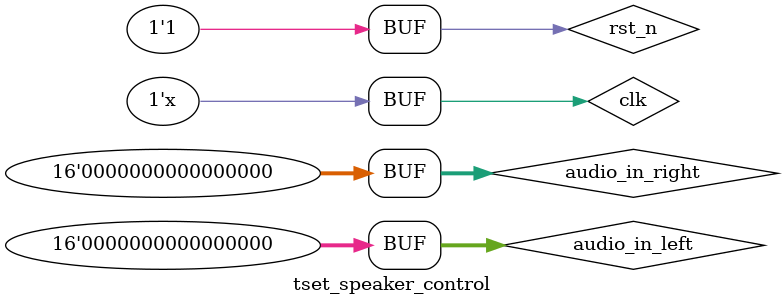
<source format=v>
`timescale 1ns / 1ps
module tset_speaker_control;

wire sck;
wire lrck;
wire audio_sdin;
reg [15:0] audio_in_left;
reg [15:0] audio_in_right;
reg clk;
reg rst_n;

speaker_control U_sc_test(
  .clk(clk),  // clock from the crystal
  .rst_n(rst_n),  // active low reset
  .audio_in_left(audio_in_left), // left channel audio data input
  .audio_in_right(audio_in_right), // right channel audio data input
  .audio_mclk(), // master clock
  .audio_lrck(lrck), // left-right clock
  .audio_sck(sck), // serial clock
  .audio_sdin(audio_sdin) // serial audio data input
);

always
  #1 clk = ~clk;

initial
begin
  audio_in_left = 0;
  audio_in_right = 0;
  clk = 0;
  rst_n = 0;
end

initial
begin
  #2 rst_n = 1;
  #1023 audio_in_left = 16'h5000; audio_in_right = 16'h5000;
  #1024 audio_in_left = 16'hB000; audio_in_right = 16'hB000;
  #1024 audio_in_left = 0; audio_in_right = 0;
end

endmodule

</source>
